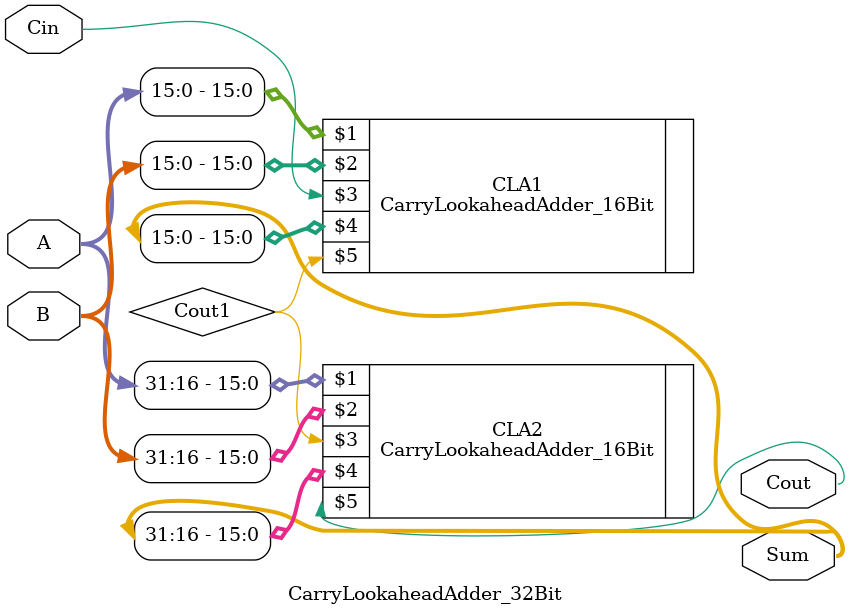
<source format=v>
`timescale 1ns / 1ps
module CarryLookaheadAdder_32Bit(
    input [31:0] A,
	 input [31:0] B,
	 input Cin,
    output [31:0] Sum,
    output Cout
    );
	 
	 CarryLookaheadAdder_16Bit CLA1(A[15:0], B[15:0], Cin, Sum[15:0], Cout1);
	 CarryLookaheadAdder_16Bit CLA2(A[31:16], B[31:16], Cout1, Sum[31:16], Cout);

endmodule

</source>
